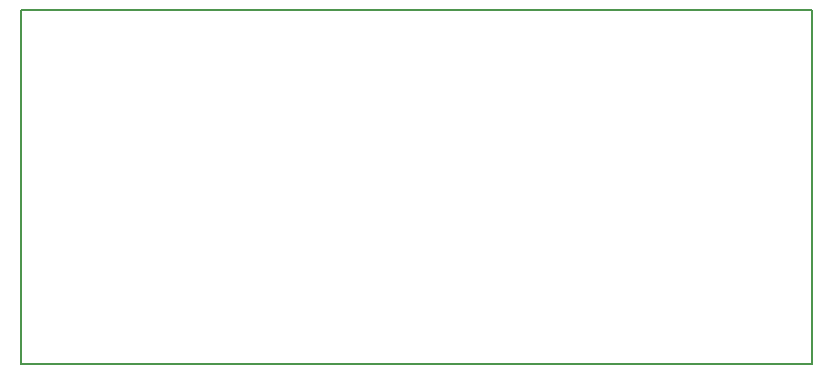
<source format=gbr>
G04 #@! TF.FileFunction,Profile,NP*
%FSLAX46Y46*%
G04 Gerber Fmt 4.6, Leading zero omitted, Abs format (unit mm)*
G04 Created by KiCad (PCBNEW 4.0.4-stable) date 05/22/17 07:34:47*
%MOMM*%
%LPD*%
G01*
G04 APERTURE LIST*
%ADD10C,0.100000*%
%ADD11C,0.150000*%
G04 APERTURE END LIST*
D10*
D11*
X71000000Y-64008000D02*
X71000000Y-34000000D01*
X138000000Y-64008000D02*
X71120000Y-64008000D01*
X138000000Y-34000000D02*
X138000000Y-64008000D01*
X71000000Y-34000000D02*
X138000000Y-34000000D01*
M02*

</source>
